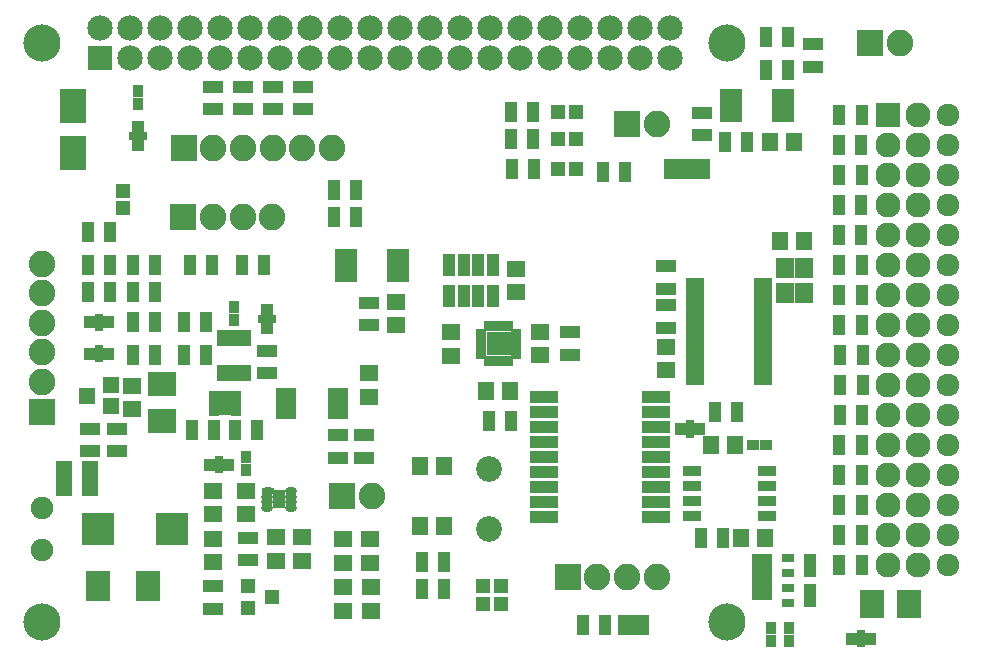
<source format=gts>
G04 #@! TF.FileFunction,Soldermask,Top*
%FSLAX46Y46*%
G04 Gerber Fmt 4.6, Leading zero omitted, Abs format (unit mm)*
G04 Created by KiCad (PCBNEW no-vcs-found-undefined) date Thu Oct 20 16:36:16 2016*
%MOMM*%
%LPD*%
G01*
G04 APERTURE LIST*
%ADD10C,0.100000*%
%ADD11C,3.150000*%
%ADD12C,2.150000*%
%ADD13R,2.150000X2.150000*%
%ADD14C,2.178000*%
%ADD15R,0.800000X0.800000*%
%ADD16R,1.000000X1.000000*%
%ADD17R,1.850000X0.850000*%
%ADD18R,1.000000X1.600000*%
%ADD19O,1.000000X0.650000*%
%ADD20O,1.100000X0.650000*%
%ADD21R,1.650000X1.400000*%
%ADD22R,0.425400X0.425400*%
%ADD23R,1.289000X2.000200*%
%ADD24C,0.425400*%
%ADD25R,0.882600X0.679400*%
%ADD26R,1.197560X1.197560*%
%ADD27R,2.429460X2.051000*%
%ADD28R,1.800000X0.700000*%
%ADD29R,0.999440X1.901140*%
%ADD30R,1.500000X0.800000*%
%ADD31R,1.499820X1.700480*%
%ADD32R,1.200100X1.200100*%
%ADD33R,0.900000X1.000000*%
%ADD34R,1.000000X0.900000*%
%ADD35R,1.400000X1.650000*%
%ADD36R,1.700000X1.100000*%
%ADD37R,1.100000X1.700000*%
%ADD38R,1.275000X1.200000*%
%ADD39R,0.600000X0.950000*%
%ADD40R,0.950000X0.600000*%
%ADD41R,2.400000X1.000000*%
%ADD42R,1.543000X0.908000*%
%ADD43R,1.365200X1.670000*%
%ADD44R,2.051000X2.429460*%
%ADD45C,2.250000*%
%ADD46R,2.250000X2.250000*%
%ADD47C,1.900000*%
%ADD48R,1.314400X1.314400*%
%ADD49R,1.460000X1.050000*%
%ADD50R,2.200860X2.899360*%
%ADD51R,2.020520X2.579320*%
%ADD52R,1.100000X0.800000*%
%ADD53R,1.670000X1.365200*%
%ADD54C,1.924000*%
%ADD55O,2.127200X2.127200*%
%ADD56R,2.127200X2.127200*%
%ADD57R,2.770000X2.830000*%
%ADD58R,2.900000X1.400000*%
G04 APERTURE END LIST*
D10*
D11*
X168490000Y-126724000D03*
X110490000Y-126724000D03*
X168490000Y-77724000D03*
X110490000Y-77724000D03*
D12*
X163620000Y-76454000D03*
X163620000Y-78994000D03*
X161080000Y-76454000D03*
X161080000Y-78994000D03*
X158540000Y-76454000D03*
X158540000Y-78994000D03*
X156000000Y-76454000D03*
X156000000Y-78994000D03*
X153460000Y-76454000D03*
X153460000Y-78994000D03*
X145840000Y-76454000D03*
X145840000Y-78994000D03*
X140760000Y-76454000D03*
X140760000Y-78994000D03*
X138220000Y-76454000D03*
X138220000Y-78994000D03*
X135680000Y-76454000D03*
X135680000Y-78994000D03*
X133140000Y-76454000D03*
X133140000Y-78994000D03*
X130600000Y-76454000D03*
X130600000Y-78994000D03*
X128060000Y-76454000D03*
X128060000Y-78994000D03*
X125520000Y-76454000D03*
X125520000Y-78994000D03*
X122980000Y-76454000D03*
X122980000Y-78994000D03*
X120440000Y-76454000D03*
X120440000Y-78994000D03*
X117900000Y-76454000D03*
X117900000Y-78994000D03*
X115360000Y-76454000D03*
D13*
X115360000Y-78994000D03*
D12*
X143300000Y-78994000D03*
X143300000Y-76454000D03*
X150920000Y-76454000D03*
X150920000Y-78994000D03*
X148380000Y-76454000D03*
X148380000Y-78994000D03*
D14*
X148336000Y-113792000D03*
X148336000Y-118872000D03*
D15*
X129540000Y-101054000D03*
X129140000Y-101054000D03*
X129940000Y-101054000D03*
D16*
X129540000Y-100254000D03*
X129540000Y-101854000D03*
D17*
X168830000Y-83975000D03*
X168830000Y-83325000D03*
X168830000Y-82675000D03*
X168830000Y-82025000D03*
X173230000Y-82025000D03*
X173230000Y-82675000D03*
X173230000Y-83325000D03*
X173230000Y-83975000D03*
D18*
X130556000Y-116332000D03*
D19*
X131556000Y-115582000D03*
X131556000Y-116082000D03*
X131556000Y-116582000D03*
X131556000Y-117082000D03*
X129556000Y-117082000D03*
X129556000Y-116582000D03*
X129556000Y-116082000D03*
D20*
X129606000Y-115582000D03*
D21*
X118110000Y-108712000D03*
X118110000Y-106712000D03*
D22*
X125984000Y-108204000D03*
X125984000Y-108204000D03*
D23*
X125984000Y-108204000D03*
D24*
X126934001Y-107453999D03*
D25*
X126934001Y-107453999D03*
D24*
X126934001Y-107954000D03*
D25*
X126934001Y-107954000D03*
D24*
X126934001Y-108454000D03*
D25*
X126934001Y-108454000D03*
D24*
X126934001Y-108954001D03*
D25*
X126934001Y-108954001D03*
D24*
X125033999Y-108954001D03*
D25*
X125033999Y-108954001D03*
D24*
X125033999Y-108454000D03*
D25*
X125033999Y-108454000D03*
D24*
X125033999Y-107954000D03*
D25*
X125033999Y-107954000D03*
D24*
X125033999Y-107453999D03*
D25*
X125033999Y-107453999D03*
D21*
X140462000Y-101600000D03*
X140462000Y-99600000D03*
D26*
X117348000Y-91694000D03*
X117348000Y-90195400D03*
X154190700Y-83566000D03*
X155689300Y-83566000D03*
X154190700Y-88392000D03*
X155689300Y-88392000D03*
D27*
X120650000Y-109728000D03*
X120650000Y-106558080D03*
D28*
X135550000Y-107204000D03*
X135550000Y-107704000D03*
X135550000Y-108204000D03*
X135550000Y-108704000D03*
X135550000Y-109204000D03*
X131150000Y-109204000D03*
X131150000Y-108704000D03*
X131150000Y-108204000D03*
X131150000Y-107704000D03*
X131150000Y-107204000D03*
D29*
X148686520Y-99090480D03*
X147436840Y-99090480D03*
X146187160Y-99090480D03*
X144937480Y-99090480D03*
X144937480Y-96489520D03*
X146187160Y-96489520D03*
X147436840Y-96489520D03*
X148686520Y-96489520D03*
D30*
X171506000Y-97883000D03*
X171506000Y-98533000D03*
X171506000Y-99183000D03*
X171506000Y-99833000D03*
X171506000Y-100483000D03*
X171506000Y-101133000D03*
X171506000Y-101783000D03*
X171506000Y-102433000D03*
X171506000Y-103083000D03*
X171506000Y-103733000D03*
X171506000Y-104383000D03*
X171506000Y-105033000D03*
X171506000Y-105683000D03*
X171506000Y-106333000D03*
X165806000Y-106333000D03*
X165806000Y-105683000D03*
X165806000Y-105033000D03*
X165806000Y-104383000D03*
X165806000Y-103733000D03*
X165806000Y-103083000D03*
X165806000Y-102433000D03*
X165806000Y-101783000D03*
X165806000Y-101133000D03*
X165806000Y-100483000D03*
X165806000Y-99833000D03*
X165806000Y-99183000D03*
X165806000Y-98533000D03*
X165806000Y-97883000D03*
D15*
X125476000Y-113392000D03*
X125476000Y-112992000D03*
X125476000Y-113792000D03*
D16*
X126276000Y-113392000D03*
X124676000Y-113392000D03*
D15*
X179832000Y-128124000D03*
X179832000Y-127724000D03*
X179832000Y-128524000D03*
D16*
X180632000Y-128124000D03*
X179032000Y-128124000D03*
D15*
X115316000Y-101346000D03*
X115316000Y-100946000D03*
X115316000Y-101746000D03*
D16*
X116116000Y-101346000D03*
X114516000Y-101346000D03*
D15*
X115316000Y-103994000D03*
X115316000Y-103594000D03*
X115316000Y-104394000D03*
D16*
X116116000Y-103994000D03*
X114516000Y-103994000D03*
D15*
X118618000Y-85560000D03*
X119018000Y-85560000D03*
X118218000Y-85560000D03*
D16*
X118618000Y-86360000D03*
X118618000Y-84760000D03*
D15*
X165354000Y-110382000D03*
X165354000Y-109982000D03*
X165354000Y-110782000D03*
D16*
X166154000Y-110382000D03*
X164554000Y-110382000D03*
D31*
X175006000Y-96740980D03*
X175006000Y-98839020D03*
X173355000Y-98839020D03*
X173355000Y-96740980D03*
D32*
X129948220Y-124590000D03*
X127949240Y-125540000D03*
X127949240Y-123640000D03*
D33*
X127762000Y-113834000D03*
X127762000Y-112734000D03*
X118618000Y-81746000D03*
X118618000Y-82846000D03*
X126746000Y-101134000D03*
X126746000Y-100034000D03*
X173736000Y-128312000D03*
X173736000Y-127212000D03*
D34*
X171746000Y-111760000D03*
X170646000Y-111760000D03*
D21*
X127762000Y-117586000D03*
X127762000Y-115586000D03*
X124968000Y-119650000D03*
X124968000Y-121650000D03*
X138300000Y-119700000D03*
X138300000Y-121700000D03*
X132500000Y-121550000D03*
X132500000Y-119550000D03*
X145110000Y-104160000D03*
X145110000Y-102160000D03*
X150622000Y-98790000D03*
X150622000Y-96790000D03*
X138176000Y-105664000D03*
X138176000Y-107664000D03*
D35*
X172990000Y-94488000D03*
X174990000Y-94488000D03*
D36*
X132590000Y-83300000D03*
X132590000Y-81400000D03*
X130060000Y-83300000D03*
X130060000Y-81400000D03*
X127500000Y-83280000D03*
X127500000Y-81380000D03*
X124980000Y-83310000D03*
X124980000Y-81410000D03*
D37*
X135194000Y-90170000D03*
X137094000Y-90170000D03*
X135194000Y-92456000D03*
X137094000Y-92456000D03*
D36*
X138176000Y-99700000D03*
X138176000Y-101600000D03*
D37*
X127390000Y-96510000D03*
X129290000Y-96510000D03*
X124910000Y-96510000D03*
X123010000Y-96510000D03*
D36*
X124968000Y-123698000D03*
X124968000Y-125598000D03*
X127930000Y-121490000D03*
X127930000Y-119590000D03*
D37*
X116266000Y-96520000D03*
X114366000Y-96520000D03*
X116266000Y-98806000D03*
X114366000Y-98806000D03*
D36*
X163322000Y-98486000D03*
X163322000Y-96586000D03*
X163322000Y-101788000D03*
X163322000Y-99888000D03*
D37*
X177970000Y-91420000D03*
X179870000Y-91420000D03*
X177970000Y-93930000D03*
X179870000Y-93930000D03*
X178000000Y-96470000D03*
X179900000Y-96470000D03*
X178000000Y-99040000D03*
X179900000Y-99040000D03*
X178000000Y-101580000D03*
X179900000Y-101580000D03*
X178060000Y-104120000D03*
X179960000Y-104120000D03*
X178060000Y-106650000D03*
X179960000Y-106650000D03*
X178030000Y-109180000D03*
X179930000Y-109180000D03*
X177990000Y-121920000D03*
X179890000Y-121920000D03*
X126812000Y-110490000D03*
X128712000Y-110490000D03*
D36*
X129540000Y-105664000D03*
X129540000Y-103764000D03*
D37*
X123190000Y-110490000D03*
X125090000Y-110490000D03*
X114366000Y-93726000D03*
X116266000Y-93726000D03*
X150180000Y-83566000D03*
X152080000Y-83566000D03*
X150246000Y-88392000D03*
X152146000Y-88392000D03*
X177980000Y-83770000D03*
X179880000Y-83770000D03*
X177930000Y-86360000D03*
X179830000Y-86360000D03*
X177980000Y-88870000D03*
X179880000Y-88870000D03*
X178000000Y-111720000D03*
X179900000Y-111720000D03*
X178000000Y-114270000D03*
X179900000Y-114270000D03*
X178010000Y-116810000D03*
X179910000Y-116810000D03*
X178000000Y-119350000D03*
X179900000Y-119350000D03*
D38*
X148717000Y-102748000D03*
X148717000Y-103548000D03*
X149587000Y-102748000D03*
X149587000Y-103548000D03*
D39*
X148152000Y-101648000D03*
X148552000Y-101648000D03*
X148952000Y-101648000D03*
X149352000Y-101648000D03*
X149752000Y-101648000D03*
X150152000Y-101648000D03*
D40*
X150652000Y-102148000D03*
X150652000Y-102548000D03*
X150652000Y-102948000D03*
X150652000Y-103348000D03*
X150652000Y-103748000D03*
X150652000Y-104148000D03*
D39*
X150152000Y-104648000D03*
X149752000Y-104648000D03*
X149352000Y-104648000D03*
X148952000Y-104648000D03*
X148552000Y-104648000D03*
X148152000Y-104648000D03*
D40*
X147652000Y-104148000D03*
X147652000Y-103748000D03*
X147652000Y-103348000D03*
X147652000Y-102948000D03*
X147652000Y-102548000D03*
X147652000Y-102148000D03*
D35*
X142510000Y-118618000D03*
X144510000Y-118618000D03*
D21*
X163322000Y-105394000D03*
X163322000Y-103394000D03*
D35*
X142510000Y-113538000D03*
X144510000Y-113538000D03*
X167148000Y-111760000D03*
X169148000Y-111760000D03*
D26*
X149339300Y-123698000D03*
X147840700Y-123698000D03*
X149339300Y-125222000D03*
X147840700Y-125222000D03*
D41*
X162434000Y-107696000D03*
X162434000Y-108966000D03*
X162434000Y-110236000D03*
X162434000Y-111506000D03*
X162434000Y-112776000D03*
X162434000Y-114046000D03*
X162434000Y-115316000D03*
X162434000Y-116586000D03*
X162434000Y-117856000D03*
X153034000Y-117856000D03*
X153034000Y-116586000D03*
X153034000Y-115316000D03*
X153034000Y-114046000D03*
X153034000Y-112776000D03*
X153034000Y-111506000D03*
X153034000Y-110236000D03*
X153034000Y-108966000D03*
X153034000Y-107696000D03*
D42*
X171831000Y-117729000D03*
X171831000Y-116459000D03*
X171831000Y-115189000D03*
X171831000Y-113919000D03*
X165481000Y-113919000D03*
X165481000Y-115189000D03*
X165481000Y-116459000D03*
X165481000Y-117729000D03*
D43*
X161163000Y-127000000D03*
X159893000Y-127000000D03*
D36*
X155194000Y-104074000D03*
X155194000Y-102174000D03*
D37*
X144526000Y-121666000D03*
X142626000Y-121666000D03*
X144526000Y-123952000D03*
X142626000Y-123952000D03*
X169352000Y-108966000D03*
X167452000Y-108966000D03*
X168148000Y-119634000D03*
X166248000Y-119634000D03*
X156276000Y-127000000D03*
X158176000Y-127000000D03*
D21*
X124968000Y-117602000D03*
X124968000Y-115602000D03*
X130280000Y-121550000D03*
X130280000Y-119550000D03*
X135940000Y-119700000D03*
X135940000Y-121700000D03*
X135950000Y-125760000D03*
X135950000Y-123760000D03*
X138320000Y-125770000D03*
X138320000Y-123770000D03*
X152654000Y-102140000D03*
X152654000Y-104140000D03*
D35*
X150098000Y-107188000D03*
X148098000Y-107188000D03*
D37*
X122494000Y-101346000D03*
X124394000Y-101346000D03*
X120076000Y-96520000D03*
X118176000Y-96520000D03*
X120076000Y-101346000D03*
X118176000Y-101346000D03*
X118176000Y-104140000D03*
X120076000Y-104140000D03*
X120060000Y-98790000D03*
X118160000Y-98790000D03*
X122494000Y-104140000D03*
X124394000Y-104140000D03*
D35*
X172130000Y-86070000D03*
X174130000Y-86070000D03*
D44*
X180726080Y-125222000D03*
X183896000Y-125222000D03*
D45*
X162520000Y-84582000D03*
D46*
X160020000Y-84582000D03*
D37*
X170200000Y-86100000D03*
X168300000Y-86100000D03*
X171770000Y-80010000D03*
X173670000Y-80010000D03*
D47*
X110490000Y-120650000D03*
X110490000Y-117094000D03*
D45*
X135008000Y-86614000D03*
X132508000Y-86614000D03*
X130008000Y-86614000D03*
X127508000Y-86614000D03*
X125008000Y-86614000D03*
D46*
X122508000Y-86614000D03*
D45*
X129968000Y-92456000D03*
X127468000Y-92456000D03*
X124968000Y-92456000D03*
D46*
X122468000Y-92456000D03*
D45*
X110490000Y-96386000D03*
X110490000Y-98886000D03*
X110490000Y-101386000D03*
X110490000Y-103886000D03*
X110490000Y-106386000D03*
D46*
X110490000Y-108886000D03*
D45*
X162520000Y-122936000D03*
X160020000Y-122936000D03*
X157520000Y-122936000D03*
D46*
X155020000Y-122936000D03*
D48*
X114315240Y-107569000D03*
X116332000Y-106680000D03*
X116332000Y-108458000D03*
D36*
X114554000Y-110368000D03*
X114554000Y-112268000D03*
X116840000Y-112268000D03*
X116840000Y-110368000D03*
D49*
X114554000Y-114554000D03*
X114554000Y-113604000D03*
X114554000Y-115504000D03*
X112354000Y-115504000D03*
X112354000Y-114554000D03*
X112354000Y-113604000D03*
D50*
X113080000Y-87038980D03*
X113080000Y-83041020D03*
D43*
X163830000Y-88392000D03*
X165100000Y-88392000D03*
X166370000Y-88392000D03*
D36*
X166360000Y-83610000D03*
X166360000Y-85510000D03*
D45*
X138390000Y-116078000D03*
D46*
X135890000Y-116078000D03*
D36*
X135530000Y-112800000D03*
X135530000Y-110900000D03*
X137740000Y-112800000D03*
X137740000Y-110900000D03*
D51*
X119458740Y-123698000D03*
X115237260Y-123698000D03*
D35*
X171688000Y-119634000D03*
X169688000Y-119634000D03*
D52*
X173614000Y-125110000D03*
X173614000Y-123810000D03*
X175514000Y-123810000D03*
X175514000Y-124460000D03*
X175514000Y-125110000D03*
D53*
X171450000Y-121666000D03*
X171450000Y-122936000D03*
X171450000Y-124206000D03*
D52*
X173614000Y-122570000D03*
X173614000Y-121270000D03*
X175514000Y-121270000D03*
X175514000Y-121920000D03*
X175514000Y-122570000D03*
D33*
X172212000Y-128312000D03*
X172212000Y-127212000D03*
D54*
X187198000Y-121920000D03*
X187198000Y-119380000D03*
X187198000Y-116840000D03*
X187198000Y-114300000D03*
X187198000Y-111760000D03*
X187198000Y-109220000D03*
X187198000Y-106680000D03*
X187198000Y-104140000D03*
X187198000Y-101600000D03*
X187198000Y-99060000D03*
X187198000Y-96520000D03*
X187198000Y-93980000D03*
X187198000Y-91440000D03*
X187198000Y-88900000D03*
X187198000Y-86360000D03*
X187198000Y-83820000D03*
D55*
X184658000Y-121920000D03*
X182118000Y-121920000D03*
X184658000Y-119380000D03*
X182118000Y-119380000D03*
X184658000Y-116840000D03*
X182118000Y-116840000D03*
X184658000Y-114300000D03*
X182118000Y-114300000D03*
X184658000Y-111760000D03*
X182118000Y-111760000D03*
X184658000Y-109220000D03*
X182118000Y-109220000D03*
X184658000Y-106680000D03*
X182118000Y-106680000D03*
X184658000Y-104140000D03*
X182118000Y-104140000D03*
X184658000Y-101600000D03*
X182118000Y-101600000D03*
X184658000Y-99060000D03*
X182118000Y-99060000D03*
X184658000Y-96520000D03*
X182118000Y-96520000D03*
X184658000Y-93980000D03*
X182118000Y-93980000D03*
X184658000Y-91440000D03*
X182118000Y-91440000D03*
X184658000Y-88900000D03*
X182118000Y-88900000D03*
X184658000Y-86360000D03*
X182118000Y-86360000D03*
X184658000Y-83820000D03*
D56*
X182118000Y-83820000D03*
D17*
X140630000Y-95545000D03*
X140630000Y-96195000D03*
X140630000Y-96845000D03*
X140630000Y-97495000D03*
X136230000Y-97495000D03*
X136230000Y-96845000D03*
X136230000Y-96195000D03*
X136230000Y-95545000D03*
D57*
X121484000Y-118872000D03*
X115244000Y-118872000D03*
D58*
X126746000Y-102640000D03*
X126746000Y-105640000D03*
D37*
X150236000Y-109728000D03*
X148336000Y-109728000D03*
D46*
X180594000Y-77724000D03*
D45*
X183094000Y-77724000D03*
D37*
X173670000Y-77216000D03*
X171770000Y-77216000D03*
D36*
X175768000Y-77790000D03*
X175768000Y-79690000D03*
D26*
X155689300Y-85852000D03*
X154190700Y-85852000D03*
D37*
X152080000Y-85852000D03*
X150180000Y-85852000D03*
X157975000Y-88600000D03*
X159875000Y-88600000D03*
M02*

</source>
